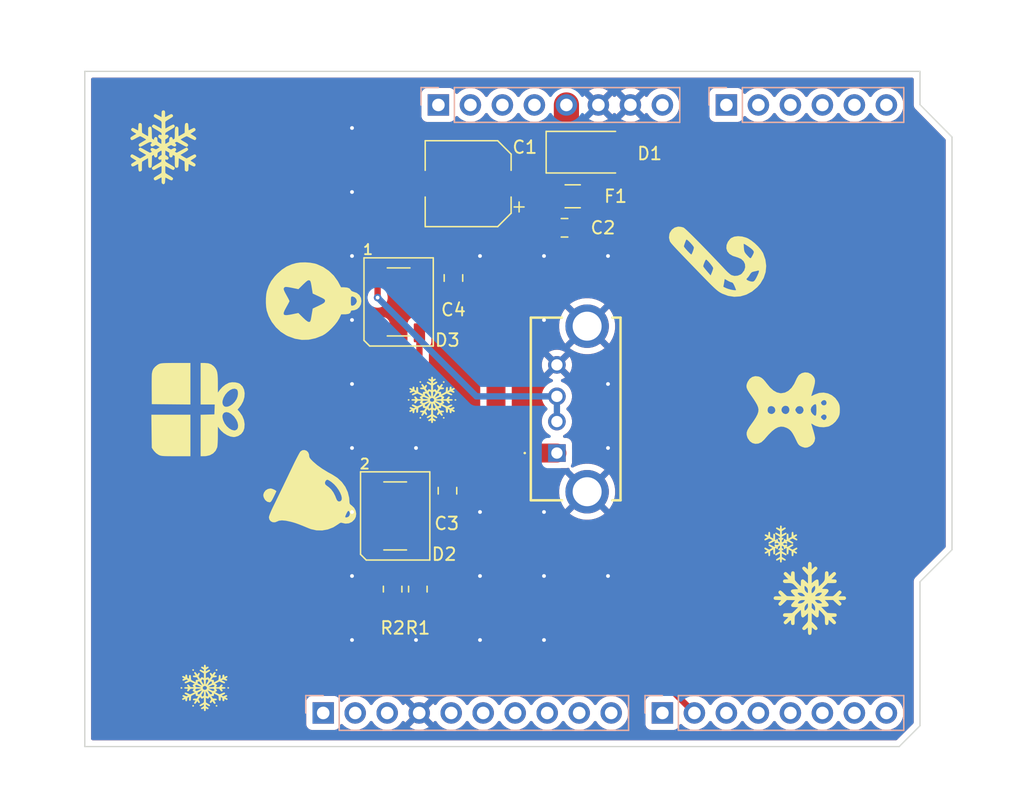
<source format=kicad_pcb>
(kicad_pcb (version 20241229) (generator "pcbnew") (generator_version "9.0")
  (title_block (title "Arduino Uno Christmass Tree Hat") (date "2025-10-17") (rev "v1.0") (company "Szymon Wąchała"))
  (layers (0 "F.Cu" signal) (2 "B.Cu" signal) (13 "F.Paste" user) (15 "B.Paste" user) (5 "F.SilkS" user "F.Silkscreen") (7 "B.SilkS" user "B.Silkscreen") (1 "F.Mask" user) (3 "B.Mask" user) (25 "Edge.Cuts" user))
  (net 0 "")
  (net 1 "GND")
  (net 2 "+5V")
  (net 3 "Net-(D2-DOUT)")
  (net 4 "/Data")
  (net 5 "/Data-out")
  (net 33 "+5Vin")
  (net 34 "Net-(J4-Pin_2)")
  (footprint "LOGO" (layer "F.Cu") (at 120.396 113.03)
    (property "Reference" "G***" (hide yes))
    (property "Value" "LOGO" (hide yes))
  )
  (footprint "LOGO" (layer "F.Cu") (at 167.132 90.932 -90)
    (property "Reference" "G***" (hide yes))
    (property "Value" "LOGO" (hide yes))
  )
  (footprint "Capacitor_SMD:CP_Elec_6.3x7.7" (layer "F.Cu") (at 141.3 73 180)
    (property "Reference" "C1" (at -4.496 2.896 0) (layer "F.SilkS"))
    (property "Value" "220u" (hide yes))
    (pad "1" smd roundrect (at -2.7 0 180) (size 3.5 1.6) (layers "F.Cu" "F.Mask" "F.Paste") (roundrect_rratio 0.15625) (net 2 "+5V"))
    (pad "2" smd roundrect (at 2.7 0 180) (size 3.5 1.6) (layers "F.Cu" "F.Mask" "F.Paste") (roundrect_rratio 0.15625) (net 1 "GND"))
  )
  (footprint "Resistor_SMD:R_0805_2012Metric" (layer "F.Cu") (at 137.3058 105.1795 -90)
    (property "Reference" "R1" (at 3.0875 0 180) (layer "F.SilkS"))
    (property "Value" "1k" (hide yes))
    (pad "1" smd roundrect (at -0.9125 0 270) (size 1.025 1.4) (layers "F.Cu" "F.Mask" "F.Paste") (roundrect_rratio 0.243902) (net 4 "/Data"))
    (pad "2" smd roundrect (at 0.9125 0 270) (size 1.025 1.4) (layers "F.Cu" "F.Mask" "F.Paste") (roundrect_rratio 0.243902) (net 34 "Net-(J4-Pin_2)"))
  )
  (footprint "Capacitor_SMD:C_0805_2012Metric" (layer "F.Cu") (at 140.1318 80.4862 -90)
    (property "Reference" "C4" (at 2.521 0 180) (layer "F.SilkS"))
    (property "Value" "100n" (hide yes))
    (pad "1" smd roundrect (at -0.95 0 270) (size 1 1.45) (layers "F.Cu" "F.Mask" "F.Paste") (net 2 "+5V"))
    (pad "2" smd roundrect (at 0.95 0 270) (size 1 1.45) (layers "F.Cu" "F.Mask" "F.Paste") (net 1 "GND"))
  )
  (footprint "LOGO" (layer "F.Cu") (at 128.778 97.79 -90)
    (property "Reference" "G***" (hide yes))
    (property "Value" "LOGO" (hide yes))
  )
  (footprint "LOGO" (layer "F.Cu") (at 129.032 82.296 -90)
    (property "Reference" "G***" (hide yes))
    (property "Value" "LOGO" (hide yes))
  )
  (footprint "LOGO" (layer "F.Cu") (at 174.498 74.422 90)
    (property "Reference" "G***" (hide yes))
    (property "Value" "LOGO" (hide yes))
  )
  (footprint "Capacitor_SMD:C_0805_2012Metric" (layer "F.Cu") (at 148.95 76.5)
    (property "Reference" "C2" (at 3.05 0 0) (layer "F.SilkS"))
    (property "Value" "100n" (hide yes))
    (pad "1" smd roundrect (at -0.95 0) (size 1 1.45) (layers "F.Cu" "F.Mask" "F.Paste") (net 2 "+5V"))
    (pad "2" smd roundrect (at 0.95 0) (size 1 1.45) (layers "F.Cu" "F.Mask" "F.Paste") (net 1 "GND"))
  )
  (footprint "LOGO" (layer "F.Cu") (at 118.618 108.966 -90)
    (property "Reference" "G***" (hide yes))
    (property "Value" "LOGO" (hide yes))
  )
  (footprint "LOGO" (layer "F.Cu") (at 127.762 70.358)
    (property "Reference" "G***" (hide yes))
    (property "Value" "LOGO" (hide yes))
  )
  (footprint "LED_SMD:LED_WS2812B_PLCC4_5.0x5.0mm_P3.2mm" (layer "F.Cu") (at 135.5078 99.3726 -90)
    (property "Reference" "D2" (at 3.0402 -3.8874 180) (layer "F.SilkS"))
    (property "Value" "WS2812C" (hide yes))
    (fp_text user "2" (at -4.1226 2.4118 0) (layer "F.SilkS") (effects (font (size 0.8 0.8))))
    (pad "1" smd roundrect (at -2.45 -1.65 270) (size 1.5 0.9) (layers "F.Cu" "F.Mask" "F.Paste") (roundrect_rratio 0.1) (net 2 "+5V"))
    (pad "2" smd roundrect (at -2.45 1.65 270) (size 1.5 0.9) (layers "F.Cu" "F.Mask" "F.Paste") (roundrect_rratio 0.1) (net 3 "Net-(D2-DOUT)"))
    (pad "3" smd roundrect (at 2.45 1.65 270) (size 1.5 0.9) (layers "F.Cu" "F.Mask" "F.Paste") (roundrect_rratio 0.1) (net 1 "GND"))
    (pad "4" smd roundrect (at 2.45 -1.65 270) (size 1.5 0.9) (layers "F.Cu" "F.Mask" "F.Paste") (roundrect_rratio 0.1) (net 4 "/Data"))
  )
  (footprint "LED_SMD:LED_WS2812B_PLCC4_5.0x5.0mm_P3.2mm" (layer "F.Cu") (at 135.7818 82.3862 -90)
    (property "Reference" "D3" (at 3.034 -3.8674 180) (layer "F.SilkS"))
    (property "Value" "WS2812C" (hide yes))
    (fp_text user "1" (at -4.1542 2.4318 0) (layer "F.SilkS") (effects (font (size 0.8 0.8))))
    (pad "1" smd roundrect (at -2.45 -1.65 270) (size 1.5 0.9) (layers "F.Cu" "F.Mask" "F.Paste") (roundrect_rratio 0.1) (net 2 "+5V"))
    (pad "2" smd roundrect (at -2.45 1.65 270) (size 1.5 0.9) (layers "F.Cu" "F.Mask" "F.Paste") (roundrect_rratio 0.1) (net 5 "/Data-out"))
    (pad "3" smd roundrect (at 2.45 1.65 270) (size 1.5 0.9) (layers "F.Cu" "F.Mask" "F.Paste") (roundrect_rratio 0.1) (net 1 "GND"))
    (pad "4" smd roundrect (at 2.45 -1.65 270) (size 1.5 0.9) (layers "F.Cu" "F.Mask" "F.Paste") (roundrect_rratio 0.1) (net 3 "Net-(D2-DOUT)"))
  )
  (footprint "Diode_SMD:D_SMA" (layer "F.Cu") (at 151 70.5)
    (property "Reference" "D1" (at 4.702 0.112 0) (layer "F.SilkS"))
    (property "Value" "SS14" (hide yes))
    (pad "1" smd roundrect (at -2 0) (size 2.5 1.8) (layers "F.Cu" "F.Mask" "F.Paste") (roundrect_rratio 0.1388888889) (net 33 "+5Vin"))
    (pad "2" smd roundrect (at 2 0) (size 2.5 1.8) (layers "F.Cu" "F.Mask" "F.Paste") (roundrect_rratio 0.1388888889) (net 1 "GND"))
  )
  (footprint "LOGO" (layer "F.Cu") (at 117.094 70.104)
    (property "Reference" "G***" (hide yes))
    (property "Value" "LOGO" (hide yes))
  )
  (footprint "LOGO" (layer "F.Cu") (at 161.036 78.994 -90)
    (property "Reference" "G***" (hide yes))
    (property "Value" "LOGO" (hide yes))
  )
  (footprint "LOGO" (layer "F.Cu") (at 171.45 99.314)
    (property "Reference" "G***" (hide yes))
    (property "Value" "LOGO" (hide yes))
  )
  (footprint "LOGO" (layer "F.Cu") (at 128.524 90.932)
    (property "Reference" "G***" (hide yes))
    (property "Value" "LOGO" (hide yes))
  )
  (footprint "LOGO" (layer "F.Cu") (at 119.888 90.932 -90)
    (property "Reference" "G***" (hide yes))
    (property "Value" "LOGO" (hide yes))
  )
  (footprint "Capacitor_SMD:C_0805_2012Metric" (layer "F.Cu") (at 139.6578 97.3726 -90)
    (property "Reference" "C3" (at 2.6018 0.0594 180) (layer "F.SilkS"))
    (property "Value" "100n" (hide yes))
    (pad "1" smd roundrect (at -0.95 0 270) (size 1 1.45) (layers "F.Cu" "F.Mask" "F.Paste") (net 2 "+5V"))
    (pad "2" smd roundrect (at 0.95 0 270) (size 1 1.45) (layers "F.Cu" "F.Mask" "F.Paste") (net 1 "GND"))
  )
  (footprint "LOGO" (layer "F.Cu") (at 149.86 101.854)
    (property "Reference" "G***" (hide yes))
    (property "Value" "LOGO" (hide yes))
  )
  (footprint "LOGO" (layer "F.Cu") (at 138.43 90.17)
    (property "Reference" "G***" (hide yes))
    (property "Value" "LOGO" (hide yes))
  )
  (footprint "LOGO" (layer "F.Cu") (at 166.116 101.6)
    (property "Reference" "G***" (hide yes))
    (property "Value" "LOGO" (hide yes))
  )
  (footprint "USB1040-GF-L-B:USB1040-GF-L-B-4" (layer "F.Cu") (at 148.3446 94.3812 90)
    (property "Reference" "J2" (hide yes))
    (property "Value" "USB1040-GF-L-B" (hide yes))
    (pad "1" thru_hole rect (at 0 0 90) (size 1.4 1.4) (drill 0.9) (layers "*.Cu" "*.Mask") (net 2 "+5V"))
    (pad "2" thru_hole circle (at 2.5 0 90) (size 1.4 1.4) (drill 0.9) (layers "*.Cu" "*.Mask") (net 5 "/Data-out"))
    (pad "3" thru_hole circle (at 4.5 0 90) (size 1.4 1.4) (drill 0.9) (layers "*.Cu" "*.Mask") (net 5 "/Data-out"))
    (pad "4" thru_hole circle (at 7 0 90) (size 1.4 1.4) (drill 0.9) (layers "*.Cu" "*.Mask") (net 1 "GND"))
    (pad "5" thru_hole circle (at -3.07 2.4 90) (size 3.45 3.45) (drill 2.3) (layers "*.Cu" "*.Mask") (net 1 "GND"))
    (pad "6" thru_hole circle (at 10.07 2.4 90) (size 3.45 3.45) (drill 2.3) (layers "*.Cu" "*.Mask") (net 1 "GND"))
  )
  (footprint "Resistor_SMD:R_0805_2012Metric" (layer "F.Cu") (at 135.3058 105.1795 -90)
    (property "Reference" "R2" (at 3.0875 0 180) (layer "F.SilkS"))
    (property "Value" "1k" (hide yes))
    (pad "1" smd roundrect (at -0.9125 0 270) (size 1.025 1.4) (layers "F.Cu" "F.Mask" "F.Paste") (roundrect_rratio 0.243902) (net 4 "/Data"))
    (pad "2" smd roundrect (at 0.9125 0 270) (size 1.025 1.4) (layers "F.Cu" "F.Mask" "F.Paste") (roundrect_rratio 0.243902) (net 34 "Net-(J4-Pin_2)"))
  )
  (footprint "LOGO" (layer "F.Cu") (at 168.402 105.918)
    (property "Reference" "G***" (hide yes))
    (property "Value" "LOGO" (hide yes))
  )
  (footprint "Fuse:Fuse_1206_3216Metric" (layer "F.Cu") (at 149.6 74 180)
    (property "Reference" "F1" (at -3.4 0 0) (layer "F.SilkS"))
    (property "Value" "500mA" (hide yes))
    (pad "1" smd roundrect (at -1.4 0 180) (size 1.25 1.75) (layers "F.Cu" "F.Mask" "F.Paste") (roundrect_rratio 0.2) (net 33 "+5Vin"))
    (pad "2" smd roundrect (at 1.4 0 180) (size 1.25 1.75) (layers "F.Cu" "F.Mask" "F.Paste") (roundrect_rratio 0.2) (net 2 "+5V"))
  )
  (footprint "Connector_PinHeader_2.54mm:PinHeader_1x10_P2.54mm_Vertical" (layer "B.Cu") (at 129.794 115.0112 -90)
    (property "Reference" "J5" (hide yes))
    (property "Value" "Conn_01x10_Pin" (hide yes))
    (pad "1" thru_hole rect (at 0 0 270) (size 1.7 1.7) (drill 1) (layers "*.Cu" "*.Mask"))
    (pad "2" thru_hole circle (at 0 -2.54 270) (size 1.7 1.7) (drill 1) (layers "*.Cu" "*.Mask"))
    (pad "3" thru_hole circle (at 0 -5.08 270) (size 1.7 1.7) (drill 1) (layers "*.Cu" "*.Mask"))
    (pad "4" thru_hole circle (at 0 -7.62 270) (size 1.7 1.7) (drill 1) (layers "*.Cu" "*.Mask") (net 1 "GND"))
    (pad "5" thru_hole circle (at 0 -10.16 270) (size 1.7 1.7) (drill 1) (layers "*.Cu" "*.Mask"))
    (pad "6" thru_hole circle (at 0 -12.7 270) (size 1.7 1.7) (drill 1) (layers "*.Cu" "*.Mask"))
    (pad "7" thru_hole circle (at 0 -15.24 270) (size 1.7 1.7) (drill 1) (layers "*.Cu" "*.Mask"))
    (pad "8" thru_hole circle (at 0 -17.78 270) (size 1.7 1.7) (drill 1) (layers "*.Cu" "*.Mask"))
    (pad "9" thru_hole circle (at 0 -20.32 270) (size 1.7 1.7) (drill 1) (layers "*.Cu" "*.Mask"))
    (pad "10" thru_hole circle (at 0 -22.86 270) (size 1.7 1.7) (drill 1) (layers "*.Cu" "*.Mask"))
  )
  (footprint "Connector_PinHeader_2.54mm:PinHeader_1x06_P2.54mm_Vertical" (layer "B.Cu") (at 161.798 66.7512 -90)
    (property "Reference" "J1" (hide yes))
    (property "Value" "Conn_01x06_Pin" (hide yes))
    (pad "1" thru_hole rect (at 0 0 270) (size 1.7 1.7) (drill 1) (layers "*.Cu" "*.Mask"))
    (pad "2" thru_hole circle (at 0 -2.54 270) (size 1.7 1.7) (drill 1) (layers "*.Cu" "*.Mask"))
    (pad "3" thru_hole circle (at 0 -5.08 270) (size 1.7 1.7) (drill 1) (layers "*.Cu" "*.Mask"))
    (pad "4" thru_hole circle (at 0 -7.62 270) (size 1.7 1.7) (drill 1) (layers "*.Cu" "*.Mask"))
    (pad "5" thru_hole circle (at 0 -10.16 270) (size 1.7 1.7) (drill 1) (layers "*.Cu" "*.Mask"))
    (pad "6" thru_hole circle (at 0 -12.7 270) (size 1.7 1.7) (drill 1) (layers "*.Cu" "*.Mask"))
  )
  (footprint "Connector_PinHeader_2.54mm:PinHeader_1x08_P2.54mm_Vertical" (layer "B.Cu") (at 156.718 115.0112 -90)
    (property "Reference" "J4" (hide yes))
    (property "Value" "Conn_01x08_Pin" (hide yes))
    (pad "1" thru_hole rect (at 0 0 270) (size 1.7 1.7) (drill 1) (layers "*.Cu" "*.Mask"))
    (pad "2" thru_hole circle (at 0 -2.54 270) (size 1.7 1.7) (drill 1) (layers "*.Cu" "*.Mask") (net 34 "Net-(J4-Pin_2)"))
    (pad "3" thru_hole circle (at 0 -5.08 270) (size 1.7 1.7) (drill 1) (layers "*.Cu" "*.Mask"))
    (pad "4" thru_hole circle (at 0 -7.62 270) (size 1.7 1.7) (drill 1) (layers "*.Cu" "*.Mask"))
    (pad "5" thru_hole circle (at 0 -10.16 270) (size 1.7 1.7) (drill 1) (layers "*.Cu" "*.Mask"))
    (pad "6" thru_hole circle (at 0 -12.7 270) (size 1.7 1.7) (drill 1) (layers "*.Cu" "*.Mask"))
    (pad "7" thru_hole circle (at 0 -15.24 270) (size 1.7 1.7) (drill 1) (layers "*.Cu" "*.Mask"))
    (pad "8" thru_hole circle (at 0 -17.78 270) (size 1.7 1.7) (drill 1) (layers "*.Cu" "*.Mask"))
  )
  (footprint "Connector_PinHeader_2.54mm:PinHeader_1x08_P2.54mm_Vertical" (layer "B.Cu") (at 138.938 66.7512 -90)
    (property "Reference" "J3" (hide yes))
    (property "Value" "Conn_01x08_Pin" (hide yes))
    (pad "1" thru_hole rect (at 0 0 270) (size 1.7 1.7) (drill 1) (layers "*.Cu" "*.Mask"))
    (pad "2" thru_hole circle (at 0 -2.54 270) (size 1.7 1.7) (drill 1) (layers "*.Cu" "*.Mask"))
    (pad "3" thru_hole circle (at 0 -5.08 270) (size 1.7 1.7) (drill 1) (layers "*.Cu" "*.Mask"))
    (pad "4" thru_hole circle (at 0 -7.62 270) (size 1.7 1.7) (drill 1) (layers "*.Cu" "*.Mask"))
    (pad "5" thru_hole circle (at 0 -10.16 270) (size 1.7 1.7) (drill 1) (layers "*.Cu" "*.Mask") (net 33 "+5Vin"))
    (pad "6" thru_hole circle (at 0 -12.7 270) (size 1.7 1.7) (drill 1) (layers "*.Cu" "*.Mask") (net 1 "GND"))
    (pad "7" thru_hole circle (at 0 -15.24 270) (size 1.7 1.7) (drill 1) (layers "*.Cu" "*.Mask") (net 1 "GND"))
    (pad "8" thru_hole circle (at 0 -17.78 270) (size 1.7 1.7) (drill 1) (layers "*.Cu" "*.Mask"))
  )
  (gr_line (start 179.705 102.0572) (end 177.165 104.5972) (stroke (width 0.1)) (layer "Edge.Cuts"))
  (gr_line (start 177.165 66.7258) (end 179.705 69.2912) (stroke (width 0.1)) (layer "Edge.Cuts"))
  (gr_line (start 177.165 104.5972) (end 177.165 116.0272) (stroke (width 0.1)) (layer "Edge.Cuts"))
  (gr_line (start 175.514 117.6782) (end 110.871 117.6782) (stroke (width 0.1)) (layer "Edge.Cuts"))
  (gr_line (start 179.705 69.2912) (end 179.705 102.0572) (stroke (width 0.1)) (layer "Edge.Cuts"))
  (gr_line (start 110.871 64.0842) (end 177.165 64.0842) (stroke (width 0.1)) (layer "Edge.Cuts"))
  (gr_line (start 110.871 117.6782) (end 110.871 64.0842) (stroke (width 0.1)) (layer "Edge.Cuts"))
  (gr_line (start 177.165 64.0842) (end 177.165 66.7258) (stroke (width 0.1)) (layer "Edge.Cuts"))
  (gr_line (start 177.165 116.0272) (end 175.514 117.6782) (stroke (width 0.1)) (layer "Edge.Cuts"))
  (via (at 142.24 99.06) (size 0.6) (drill 0.3) (layers "F.Cu" "B.Cu") (net 1))
  (via (at 132.08 68.58) (size 0.6) (drill 0.3) (layers "F.Cu" "B.Cu") (net 1))
  (via (at 152.4 88.9) (size 0.6) (drill 0.3) (layers "F.Cu" "B.Cu") (net 1))
  (via (at 132.08 88.9) (size 0.6) (drill 0.3) (layers "F.Cu" "B.Cu") (net 1))
  (via (at 142.24 104.14) (size 0.6) (drill 0.3) (layers "F.Cu" "B.Cu") (net 1))
  (via (at 137.16 93.98) (size 0.6) (drill 0.3) (layers "F.Cu" "B.Cu") (net 1))
  (via (at 152.4 93.98) (size 0.6) (drill 0.3) (layers "F.Cu" "B.Cu") (net 1))
  (via (at 132.08 78.74) (size 0.6) (drill 0.3) (layers "F.Cu" "B.Cu") (net 1))
  (via (at 147.32 104.14) (size 0.6) (drill 0.3) (layers "F.Cu" "B.Cu") (net 1))
  (via (at 137.16 109.22) (size 0.6) (drill 0.3) (layers "F.Cu" "B.Cu") (net 1))
  (via (at 132.08 99.06) (size 0.6) (drill 0.3) (layers "F.Cu" "B.Cu") (net 1))
  (via (at 132.08 83.82) (size 0.6) (drill 0.3) (layers "F.Cu" "B.Cu") (net 1))
  (via (at 142.24 78.74) (size 0.6) (drill 0.3) (layers "F.Cu" "B.Cu") (net 1))
  (via (at 147.32 83.82) (size 0.6) (drill 0.3) (layers "F.Cu" "B.Cu") (net 1))
  (via (at 147.32 109.22) (size 0.6) (drill 0.3) (layers "F.Cu" "B.Cu") (net 1))
  (via (at 132.08 93.98) (size 0.6) (drill 0.3) (layers "F.Cu" "B.Cu") (net 1))
  (via (at 132.08 73.66) (size 0.6) (drill 0.3) (layers "F.Cu" "B.Cu") (net 1))
  (via (at 142.24 109.22) (size 0.6) (drill 0.3) (layers "F.Cu" "B.Cu") (net 1))
  (via (at 132.08 109.22) (size 0.6) (drill 0.3) (layers "F.Cu" "B.Cu") (net 1))
  (via (at 147.32 99.06) (size 0.6) (drill 0.3) (layers "F.Cu" "B.Cu") (net 1))
  (via (at 152.4 104.14) (size 0.6) (drill 0.3) (layers "F.Cu" "B.Cu") (net 1))
  (via (at 147.32 78.74) (size 0.6) (drill 0.3) (layers "F.Cu" "B.Cu") (net 1))
  (via (at 152.4 78.74) (size 0.6) (drill 0.3) (layers "F.Cu" "B.Cu") (net 1))
  (via (at 132.08 104.14) (size 0.6) (drill 0.3) (layers "F.Cu" "B.Cu") (net 1))
  (segment (start 140.1318 76.8682) (end 144 73) (width 1.5) (layer "F.Cu") (net 2))
  (segment (start 140.1318 79.5362) (end 140.1318 76.8682) (width 1.5) (layer "F.Cu") (net 2))
  (segment (start 144 73) (end 147.2 73) (width 1.5) (layer "F.Cu") (net 2))
  (segment (start 139.6578 96.4226) (end 137.6578 96.4226) (width 1.5) (layer "F.Cu") (net 2))
  (segment (start 143.51 92.5704) (end 139.6578 96.4226) (width 1.5) (layer "F.Cu") (net 2))
  (segment (start 137.8318 79.5362) (end 137.4318 79.9362) (width 1.5) (layer "F.Cu") (net 2))
  (segment (start 140.8568 79.5362) (end 143.51 82.1894) (width 1.5) (layer "F.Cu") (net 2))
  (segment (start 140.1318 79.5362) (end 140.8568 79.5362) (width 1.5) (layer "F.Cu") (net 2))
  (segment (start 143.51 82.1894) (end 143.51 92.5704) (width 1.5) (layer "F.Cu") (net 2))
  (segment (start 148 74.2) (end 148.2 74) (width 1.5) (layer "F.Cu") (net 2))
  (segment (start 143.6244 92.5704) (end 145.4352 94.3812) (width 1.5) (layer "F.Cu") (net 2))
  (segment (start 147.2 73) (end 148.2 74) (width 1.5) (layer "F.Cu") (net 2))
  (segment (start 145.4352 94.3812) (end 148.3446 94.3812) (width 1.5) (layer "F.Cu") (net 2))
  (segment (start 143.51 92.5704) (end 143.6244 92.5704) (width 1.5) (layer "F.Cu") (net 2))
  (segment (start 148 76.5) (end 148 74.2) (width 1.5) (layer "F.Cu") (net 2))
  (segment (start 137.6578 96.4226) (end 137.1578 96.9226) (width 1.5) (layer "F.Cu") (net 2))
  (segment (start 140.1318 79.5362) (end 137.8318 79.5362) (width 1.5) (layer "F.Cu") (net 2))
  (segment (start 133.8578 96.9226) (end 133.8578 92.4562) (width 0.5) (layer "F.Cu") (net 3))
  (segment (start 137.4318 88.8822) (end 137.4318 84.8362) (width 0.5) (layer "F.Cu") (net 3))
  (segment (start 133.8578 92.4562) (end 137.4318 88.8822) (width 0.5) (layer "F.Cu") (net 3))
  (segment (start 137.1578 104.119) (end 137.3058 104.267) (width 0.5) (layer "F.Cu") (net 4))
  (segment (start 137.1578 101.8226) (end 137.1578 104.119) (width 0.5) (layer "F.Cu") (net 4))
  (segment (start 135.3058 104.267) (end 137.3058 104.267) (width 0.5) (layer "F.Cu") (net 4))
  (segment (start 134.112 82.042) (end 134.112 79.956) (width 0.5) (layer "F.Cu") (net 5))
  (segment (start 134.112 79.956) (end 134.1318 79.9362) (width 0.5) (layer "F.Cu") (net 5))
  (via (at 134.112 82.042) (size 0.6) (drill 0.3) (layers "F.Cu" "B.Cu") (net 5))
  (segment (start 141.9512 89.8812) (end 134.112 82.042) (width 0.5) (layer "B.Cu") (net 5))
  (segment (start 148.3446 89.8812) (end 141.9512 89.8812) (width 0.5) (layer "B.Cu") (net 5))
  (segment (start 148.3446 91.8812) (end 148.3446 89.8812) (width 0.5) (layer "B.Cu") (net 5))
  (segment (start 151 72.5) (end 149 70.5) (width 1.5) (layer "F.Cu") (net 33))
  (segment (start 151 74) (end 151 72.5) (width 1.5) (layer "F.Cu") (net 33))
  (segment (start 149.098 66.7512) (end 149.098 70.402) (width 2) (layer "F.Cu") (net 33))
  (segment (start 149.098 70.402) (end 149 70.5) (width 2) (layer "F.Cu") (net 33))
  (segment (start 150.3388 106.092) (end 137.3058 106.092) (width 0.5) (layer "F.Cu") (net 34))
  (segment (start 137.3058 106.092) (end 135.3058 106.092) (width 0.5) (layer "F.Cu") (net 34))
  (segment (start 159.258 115.0112) (end 150.3388 106.092) (width 0.5) (layer "F.Cu") (net 34))
  (zone (net 1) (net_name "GND") (layers "F.Cu" "B.Cu") (connect_pads (clearance 0.5)) (min_thickness 0.25) (fill yes (thermal_gap 0.5) (thermal_bridge_width 0.5))
    (polygon (pts (xy 104.14 58.42) (xy 104.14 121.92) (xy 185.42 121.92) (xy 185.42 58.42)))
  )
)
</source>
